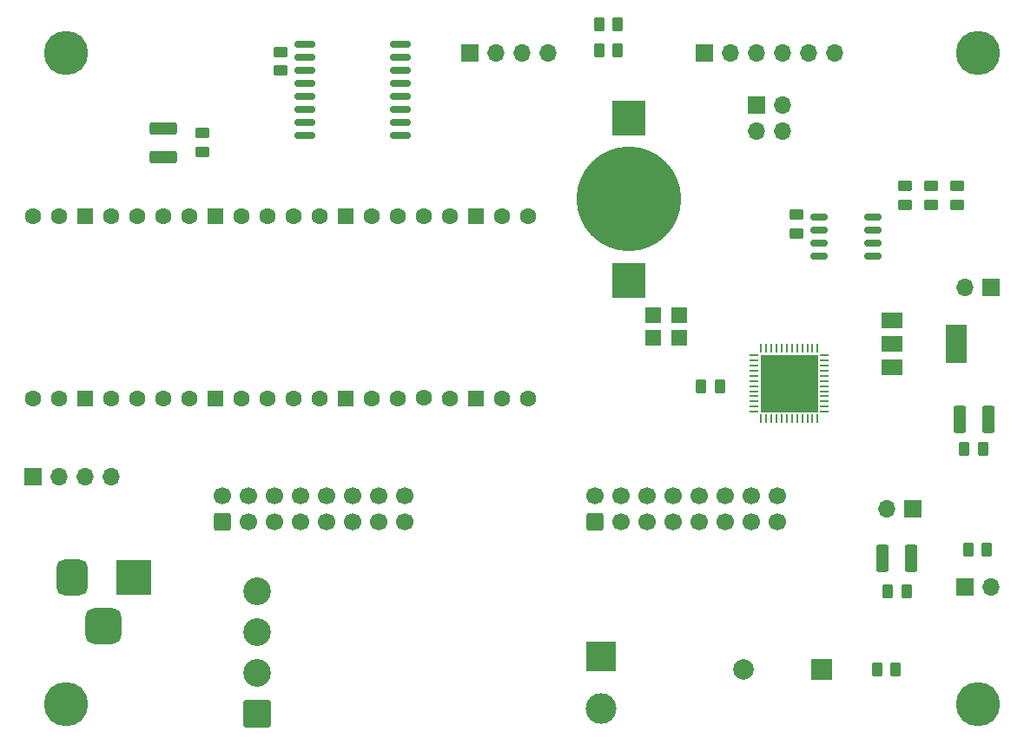
<source format=gbr>
%TF.GenerationSoftware,KiCad,Pcbnew,7.0.11-7.0.11~ubuntu20.04.1*%
%TF.CreationDate,2024-03-20T21:38:14+00:00*%
%TF.ProjectId,MDFPGA,4d444650-4741-42e6-9b69-6361645f7063,rev?*%
%TF.SameCoordinates,Original*%
%TF.FileFunction,Soldermask,Top*%
%TF.FilePolarity,Negative*%
%FSLAX46Y46*%
G04 Gerber Fmt 4.6, Leading zero omitted, Abs format (unit mm)*
G04 Created by KiCad (PCBNEW 7.0.11-7.0.11~ubuntu20.04.1) date 2024-03-20 21:38:14*
%MOMM*%
%LPD*%
G01*
G04 APERTURE LIST*
G04 Aperture macros list*
%AMRoundRect*
0 Rectangle with rounded corners*
0 $1 Rounding radius*
0 $2 $3 $4 $5 $6 $7 $8 $9 X,Y pos of 4 corners*
0 Add a 4 corners polygon primitive as box body*
4,1,4,$2,$3,$4,$5,$6,$7,$8,$9,$2,$3,0*
0 Add four circle primitives for the rounded corners*
1,1,$1+$1,$2,$3*
1,1,$1+$1,$4,$5*
1,1,$1+$1,$6,$7*
1,1,$1+$1,$8,$9*
0 Add four rect primitives between the rounded corners*
20,1,$1+$1,$2,$3,$4,$5,0*
20,1,$1+$1,$4,$5,$6,$7,0*
20,1,$1+$1,$6,$7,$8,$9,0*
20,1,$1+$1,$8,$9,$2,$3,0*%
G04 Aperture macros list end*
%ADD10RoundRect,0.062500X0.375000X0.062500X-0.375000X0.062500X-0.375000X-0.062500X0.375000X-0.062500X0*%
%ADD11RoundRect,0.062500X0.062500X0.375000X-0.062500X0.375000X-0.062500X-0.375000X0.062500X-0.375000X0*%
%ADD12R,5.600000X5.600000*%
%ADD13R,1.700000X1.700000*%
%ADD14O,1.700000X1.700000*%
%ADD15RoundRect,0.250000X0.262500X0.450000X-0.262500X0.450000X-0.262500X-0.450000X0.262500X-0.450000X0*%
%ADD16R,2.000000X1.500000*%
%ADD17R,2.000000X3.800000*%
%ADD18C,1.600000*%
%ADD19RoundRect,0.200000X0.600000X-0.600000X0.600000X0.600000X-0.600000X0.600000X-0.600000X-0.600000X0*%
%ADD20RoundRect,0.250000X-0.450000X0.262500X-0.450000X-0.262500X0.450000X-0.262500X0.450000X0.262500X0*%
%ADD21RoundRect,0.250000X-1.075000X0.375000X-1.075000X-0.375000X1.075000X-0.375000X1.075000X0.375000X0*%
%ADD22R,3.000000X3.000000*%
%ADD23C,3.000000*%
%ADD24C,4.300000*%
%ADD25R,2.000000X2.000000*%
%ADD26C,2.000000*%
%ADD27RoundRect,0.250000X0.600000X-0.600000X0.600000X0.600000X-0.600000X0.600000X-0.600000X-0.600000X0*%
%ADD28C,1.700000*%
%ADD29RoundRect,0.250000X0.375000X1.075000X-0.375000X1.075000X-0.375000X-1.075000X0.375000X-1.075000X0*%
%ADD30RoundRect,0.250001X1.099999X-1.099999X1.099999X1.099999X-1.099999X1.099999X-1.099999X-1.099999X0*%
%ADD31C,2.700000*%
%ADD32RoundRect,0.150000X-0.875000X-0.150000X0.875000X-0.150000X0.875000X0.150000X-0.875000X0.150000X0*%
%ADD33R,1.600000X1.500000*%
%ADD34R,3.300000X3.500000*%
%ADD35C,10.200000*%
%ADD36RoundRect,0.150000X-0.675000X-0.150000X0.675000X-0.150000X0.675000X0.150000X-0.675000X0.150000X0*%
%ADD37R,3.500000X3.500000*%
%ADD38RoundRect,0.750000X-0.750000X-1.000000X0.750000X-1.000000X0.750000X1.000000X-0.750000X1.000000X0*%
%ADD39RoundRect,0.875000X-0.875000X-0.875000X0.875000X-0.875000X0.875000X0.875000X-0.875000X0.875000X0*%
G04 APERTURE END LIST*
D10*
%TO.C,U3*%
X79067500Y-40020000D03*
X79067500Y-39520000D03*
X79067500Y-39020000D03*
X79067500Y-38520000D03*
X79067500Y-38020000D03*
X79067500Y-37520000D03*
X79067500Y-37020000D03*
X79067500Y-36520000D03*
X79067500Y-36020000D03*
X79067500Y-35520000D03*
X79067500Y-35020000D03*
X79067500Y-34520000D03*
D11*
X78380000Y-33832500D03*
X77880000Y-33832500D03*
X77380000Y-33832500D03*
X76880000Y-33832500D03*
X76380000Y-33832500D03*
X75880000Y-33832500D03*
X75380000Y-33832500D03*
X74880000Y-33832500D03*
X74380000Y-33832500D03*
X73880000Y-33832500D03*
X73380000Y-33832500D03*
X72880000Y-33832500D03*
D10*
X72192500Y-34520000D03*
X72192500Y-35020000D03*
X72192500Y-35520000D03*
X72192500Y-36020000D03*
X72192500Y-36520000D03*
X72192500Y-37020000D03*
X72192500Y-37520000D03*
X72192500Y-38020000D03*
X72192500Y-38520000D03*
X72192500Y-39020000D03*
X72192500Y-39520000D03*
X72192500Y-40020000D03*
D11*
X72880000Y-40707500D03*
X73380000Y-40707500D03*
X73880000Y-40707500D03*
X74380000Y-40707500D03*
X74880000Y-40707500D03*
X75380000Y-40707500D03*
X75880000Y-40707500D03*
X76380000Y-40707500D03*
X76880000Y-40707500D03*
X77380000Y-40707500D03*
X77880000Y-40707500D03*
X78380000Y-40707500D03*
D12*
X75630000Y-37270000D03*
%TD*%
D13*
%TO.C,J11*%
X87630000Y-49530000D03*
D14*
X85090000Y-49530000D03*
%TD*%
D15*
%TO.C,R13*%
X87045000Y-57525000D03*
X85220000Y-57525000D03*
%TD*%
D13*
%TO.C,J10*%
X92710000Y-57150000D03*
D14*
X95250000Y-57150000D03*
%TD*%
D16*
%TO.C,U4*%
X85626000Y-31095000D03*
X85626000Y-33395000D03*
D17*
X91926000Y-33395000D03*
D16*
X85626000Y-35695000D03*
%TD*%
D15*
%TO.C,R12*%
X94892500Y-53437500D03*
X93067500Y-53437500D03*
%TD*%
D18*
%TO.C,A1*%
X1905000Y-38735000D03*
X4445000Y-38735000D03*
D19*
X6985000Y-38735000D03*
D18*
X9525000Y-38735000D03*
X12065000Y-38735000D03*
X14605000Y-38735000D03*
X17145000Y-38735000D03*
D19*
X19685000Y-38735000D03*
D18*
X22225000Y-38735000D03*
X24765000Y-38735000D03*
X27305000Y-38735000D03*
X29845000Y-38735000D03*
D19*
X32385000Y-38735000D03*
D18*
X34925000Y-38735000D03*
X37465000Y-38735000D03*
X40005000Y-38693119D03*
X42545000Y-38735000D03*
D19*
X45085000Y-38735000D03*
D18*
X47625000Y-38735000D03*
X50165000Y-38735000D03*
X50165000Y-20955000D03*
X47625000Y-20955000D03*
D19*
X45085000Y-20955000D03*
D18*
X42545000Y-20955000D03*
X40005000Y-20955000D03*
X37465000Y-20955000D03*
X34925000Y-20955000D03*
D19*
X32385000Y-20955000D03*
D18*
X29845000Y-20955000D03*
X27305000Y-20955000D03*
X24765000Y-20955000D03*
X22225000Y-20955000D03*
D19*
X19685000Y-20955000D03*
D18*
X17145000Y-20955000D03*
X14605000Y-20955000D03*
X12065000Y-20955000D03*
X9525000Y-20955000D03*
D19*
X6985000Y-20955000D03*
D18*
X4445000Y-20955000D03*
X1905000Y-20955000D03*
%TD*%
D20*
%TO.C,R3*%
X26035000Y-4929500D03*
X26035000Y-6754500D03*
%TD*%
D21*
%TO.C,D1*%
X14595000Y-12435000D03*
X14595000Y-15235000D03*
%TD*%
D15*
%TO.C,R6*%
X86002500Y-65145000D03*
X84177500Y-65145000D03*
%TD*%
D13*
%TO.C,J1*%
X67310000Y-5080000D03*
D14*
X69850000Y-5080000D03*
X72390000Y-5080000D03*
X74930000Y-5080000D03*
X77470000Y-5080000D03*
X80010000Y-5080000D03*
%TD*%
D13*
%TO.C,J2*%
X1905000Y-46355000D03*
D14*
X4445000Y-46355000D03*
X6985000Y-46355000D03*
X9525000Y-46355000D03*
%TD*%
D22*
%TO.C,J7*%
X57280000Y-63875000D03*
D23*
X57280000Y-68955000D03*
%TD*%
D15*
%TO.C,R10*%
X68860500Y-37586000D03*
X67035500Y-37586000D03*
%TD*%
D24*
%TO.C,H4*%
X93980000Y-68580000D03*
%TD*%
%TO.C,H2*%
X93980000Y-5080000D03*
%TD*%
D25*
%TO.C,SP1*%
X78730000Y-65145000D03*
D26*
X71130000Y-65145000D03*
%TD*%
D13*
%TO.C,J9*%
X95250000Y-27940000D03*
D14*
X92710000Y-27940000D03*
%TD*%
D15*
%TO.C,R5*%
X94511500Y-43685000D03*
X92686500Y-43685000D03*
%TD*%
%TO.C,R2*%
X58890000Y-4820000D03*
X57065000Y-4820000D03*
%TD*%
D13*
%TO.C,J8*%
X72390000Y-10160000D03*
D14*
X74930000Y-10160000D03*
X72390000Y-12700000D03*
X74930000Y-12700000D03*
%TD*%
D27*
%TO.C,J3*%
X20320000Y-50800000D03*
D28*
X20320000Y-48260000D03*
X22860000Y-50800000D03*
X22860000Y-48260000D03*
X25400000Y-50800000D03*
X25400000Y-48260000D03*
X27940000Y-50800000D03*
X27940000Y-48260000D03*
X30480000Y-50800000D03*
X30480000Y-48260000D03*
X33020000Y-50800000D03*
X33020000Y-48260000D03*
X35560000Y-50800000D03*
X35560000Y-48260000D03*
X38100000Y-50800000D03*
X38100000Y-48260000D03*
%TD*%
D20*
%TO.C,R9*%
X76330000Y-20798500D03*
X76330000Y-22623500D03*
%TD*%
D15*
%TO.C,R1*%
X58890000Y-2280000D03*
X57065000Y-2280000D03*
%TD*%
D29*
%TO.C,D3*%
X87532500Y-54350000D03*
X84732500Y-54350000D03*
%TD*%
%TO.C,D2*%
X94999000Y-40764000D03*
X92199000Y-40764000D03*
%TD*%
D13*
%TO.C,J5*%
X44450000Y-5080000D03*
D14*
X46990000Y-5080000D03*
X49530000Y-5080000D03*
X52070000Y-5080000D03*
%TD*%
D20*
%TO.C,R7*%
X89411000Y-18004500D03*
X89411000Y-19829500D03*
%TD*%
%TO.C,R8*%
X86871000Y-18004500D03*
X86871000Y-19829500D03*
%TD*%
D24*
%TO.C,H3*%
X5080000Y-68580000D03*
%TD*%
%TO.C,H1*%
X5080000Y-5080000D03*
%TD*%
D30*
%TO.C,J4*%
X23705000Y-69440000D03*
D31*
X23705000Y-65480000D03*
X23705000Y-61520000D03*
X23705000Y-57560000D03*
%TD*%
D32*
%TO.C,U1*%
X28370000Y-4191000D03*
X28370000Y-5461000D03*
X28370000Y-6731000D03*
X28370000Y-8001000D03*
X28370000Y-9271000D03*
X28370000Y-10541000D03*
X28370000Y-11811000D03*
X28370000Y-13081000D03*
X37670000Y-13081000D03*
X37670000Y-11811000D03*
X37670000Y-10541000D03*
X37670000Y-9271000D03*
X37670000Y-8001000D03*
X37670000Y-6731000D03*
X37670000Y-5461000D03*
X37670000Y-4191000D03*
%TD*%
D33*
%TO.C,X1*%
X62360000Y-32844000D03*
X64900000Y-32844000D03*
X64900000Y-30644000D03*
X62360000Y-30644000D03*
%TD*%
D20*
%TO.C,R4*%
X18415000Y-12860000D03*
X18415000Y-14685000D03*
%TD*%
D34*
%TO.C,BT1*%
X59985000Y-27204000D03*
X59985000Y-11404000D03*
D35*
X59985000Y-19304000D03*
%TD*%
D36*
%TO.C,U6*%
X78531000Y-21076000D03*
X78531000Y-22346000D03*
X78531000Y-23616000D03*
X78531000Y-24886000D03*
X83781000Y-24886000D03*
X83781000Y-23616000D03*
X83781000Y-22346000D03*
X83781000Y-21076000D03*
%TD*%
D20*
%TO.C,R11*%
X91951000Y-18004500D03*
X91951000Y-19829500D03*
%TD*%
D37*
%TO.C,CON1*%
X11715000Y-56192500D03*
D38*
X5715000Y-56192500D03*
D39*
X8715000Y-60892500D03*
%TD*%
D27*
%TO.C,J6*%
X56645000Y-50800000D03*
D28*
X56645000Y-48260000D03*
X59185000Y-50800000D03*
X59185000Y-48260000D03*
X61725000Y-50800000D03*
X61725000Y-48260000D03*
X64265000Y-50800000D03*
X64265000Y-48260000D03*
X66805000Y-50800000D03*
X66805000Y-48260000D03*
X69345000Y-50800000D03*
X69345000Y-48260000D03*
X71885000Y-50800000D03*
X71885000Y-48260000D03*
X74425000Y-50800000D03*
X74425000Y-48260000D03*
%TD*%
M02*

</source>
